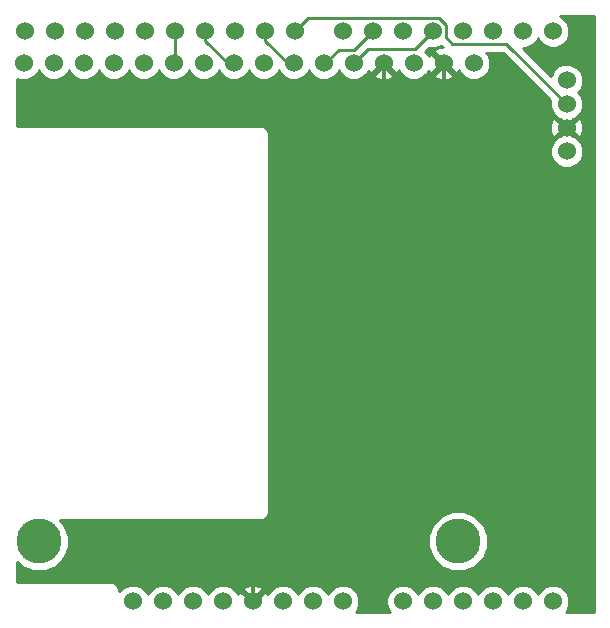
<source format=gtl>
G04 #@! TF.FileFunction,Copper,L1,Top,Signal*
%FSLAX46Y46*%
G04 Gerber Fmt 4.6, Leading zero omitted, Abs format (unit mm)*
G04 Created by KiCad (PCBNEW 4.0.2-stable) date Saturday, September 10, 2016 'AMt' 11:06:01 AM*
%MOMM*%
G01*
G04 APERTURE LIST*
%ADD10C,0.100000*%
%ADD11C,1.524000*%
%ADD12C,3.810000*%
%ADD13C,0.250000*%
%ADD14C,0.300000*%
%ADD15C,0.254000*%
G04 APERTURE END LIST*
D10*
D11*
X168656000Y-84376000D03*
X168656000Y-86376000D03*
X168656000Y-88376000D03*
X168656000Y-90376000D03*
X167501100Y-128463600D03*
X164961100Y-128463600D03*
X162421100Y-128463600D03*
X154801100Y-128463600D03*
X157341100Y-128463600D03*
X159881100Y-128463600D03*
X149721100Y-128463600D03*
X147181100Y-128463600D03*
X144641100Y-128463600D03*
X139561100Y-128463600D03*
X137021100Y-128463600D03*
X167501100Y-80203600D03*
X164961100Y-80203600D03*
X162421100Y-80203600D03*
X159881100Y-80203600D03*
X157341100Y-80203600D03*
X154801100Y-80203600D03*
X152261100Y-80203600D03*
X149721100Y-80203600D03*
X145657100Y-80203600D03*
X143117100Y-80203600D03*
X140577100Y-80203600D03*
X138037100Y-80203600D03*
X135497100Y-80203600D03*
X132957100Y-80203600D03*
X130417100Y-80203600D03*
X127877100Y-80203600D03*
X142101100Y-128463600D03*
X125337100Y-80203600D03*
X122797100Y-80203600D03*
X134481100Y-128463600D03*
X131941100Y-128463600D03*
D12*
X123982000Y-123406000D03*
D11*
X160782000Y-82931000D03*
X158242000Y-82931000D03*
X155702000Y-82931000D03*
X153162000Y-82931000D03*
X150622000Y-82931000D03*
X148082000Y-82931000D03*
X145542000Y-82931000D03*
X143002000Y-82931000D03*
X140462000Y-82931000D03*
X137922000Y-82931000D03*
X135382000Y-82931000D03*
X132842000Y-82931000D03*
X130302000Y-82931000D03*
X127762000Y-82931000D03*
X125222000Y-82931000D03*
X122682000Y-82931000D03*
D12*
X159482000Y-123406000D03*
D13*
X168656000Y-86376000D02*
X163570601Y-81290601D01*
X163570601Y-81290601D02*
X158993341Y-81290601D01*
X158993341Y-81290601D02*
X158428101Y-80725361D01*
X158428101Y-80725361D02*
X158428101Y-79681839D01*
X146744101Y-79116599D02*
X146419099Y-79441601D01*
X158428101Y-79681839D02*
X157862861Y-79116599D01*
X157862861Y-79116599D02*
X146744101Y-79116599D01*
X146419099Y-79441601D02*
X145657100Y-80203600D01*
D14*
X158242000Y-83439000D02*
X158242000Y-88646000D01*
X158242000Y-88646000D02*
X157988000Y-88900000D01*
X157988000Y-88900000D02*
X153416000Y-93472000D01*
X142101100Y-128463600D02*
X142101100Y-126122900D01*
X153162000Y-115062000D02*
X153162000Y-83439000D01*
X142101100Y-126122900D02*
X153162000Y-115062000D01*
D13*
X150622000Y-83439000D02*
X150749000Y-83439000D01*
X150622000Y-82931000D02*
X151809001Y-81743999D01*
X151809001Y-81743999D02*
X155800701Y-81743999D01*
X155800701Y-81743999D02*
X156579101Y-80965599D01*
X156579101Y-80965599D02*
X157341100Y-80203600D01*
X148082000Y-82931000D02*
X148209000Y-82931000D01*
X148209000Y-82931000D02*
X149352000Y-81788000D01*
X149352000Y-81788000D02*
X150676700Y-81788000D01*
X150676700Y-81788000D02*
X152261100Y-80203600D01*
X143117100Y-80203600D02*
X143117100Y-81014100D01*
X143117100Y-81014100D02*
X145542000Y-83439000D01*
X138037100Y-80203600D02*
X138037100Y-81014100D01*
X138037100Y-81014100D02*
X140462000Y-83439000D01*
X135497100Y-80203600D02*
X135497100Y-83323900D01*
X135497100Y-83323900D02*
X135382000Y-83439000D01*
D15*
G36*
X170994000Y-129338000D02*
X168602556Y-129338000D01*
X168684729Y-129255970D01*
X168897857Y-128742700D01*
X168898342Y-128186939D01*
X168686110Y-127673297D01*
X168293470Y-127279971D01*
X167780200Y-127066843D01*
X167224439Y-127066358D01*
X166710797Y-127278590D01*
X166317471Y-127671230D01*
X166231151Y-127879112D01*
X166146110Y-127673297D01*
X165753470Y-127279971D01*
X165240200Y-127066843D01*
X164684439Y-127066358D01*
X164170797Y-127278590D01*
X163777471Y-127671230D01*
X163691151Y-127879112D01*
X163606110Y-127673297D01*
X163213470Y-127279971D01*
X162700200Y-127066843D01*
X162144439Y-127066358D01*
X161630797Y-127278590D01*
X161237471Y-127671230D01*
X161151151Y-127879112D01*
X161066110Y-127673297D01*
X160673470Y-127279971D01*
X160160200Y-127066843D01*
X159604439Y-127066358D01*
X159090797Y-127278590D01*
X158697471Y-127671230D01*
X158611151Y-127879112D01*
X158526110Y-127673297D01*
X158133470Y-127279971D01*
X157620200Y-127066843D01*
X157064439Y-127066358D01*
X156550797Y-127278590D01*
X156157471Y-127671230D01*
X156071151Y-127879112D01*
X155986110Y-127673297D01*
X155593470Y-127279971D01*
X155080200Y-127066843D01*
X154524439Y-127066358D01*
X154010797Y-127278590D01*
X153617471Y-127671230D01*
X153404343Y-128184500D01*
X153403858Y-128740261D01*
X153616090Y-129253903D01*
X153700040Y-129338000D01*
X150822556Y-129338000D01*
X150904729Y-129255970D01*
X151117857Y-128742700D01*
X151118342Y-128186939D01*
X150906110Y-127673297D01*
X150513470Y-127279971D01*
X150000200Y-127066843D01*
X149444439Y-127066358D01*
X148930797Y-127278590D01*
X148537471Y-127671230D01*
X148451151Y-127879112D01*
X148366110Y-127673297D01*
X147973470Y-127279971D01*
X147460200Y-127066843D01*
X146904439Y-127066358D01*
X146390797Y-127278590D01*
X145997471Y-127671230D01*
X145911151Y-127879112D01*
X145826110Y-127673297D01*
X145433470Y-127279971D01*
X144920200Y-127066843D01*
X144364439Y-127066358D01*
X143850797Y-127278590D01*
X143457471Y-127671230D01*
X143377705Y-127863327D01*
X143323497Y-127732457D01*
X143081313Y-127662992D01*
X142280705Y-128463600D01*
X142294848Y-128477743D01*
X142115243Y-128657348D01*
X142101100Y-128643205D01*
X142086958Y-128657348D01*
X141907353Y-128477743D01*
X141921495Y-128463600D01*
X141120887Y-127662992D01*
X140878703Y-127732457D01*
X140828591Y-127872918D01*
X140746110Y-127673297D01*
X140556532Y-127483387D01*
X141300492Y-127483387D01*
X142101100Y-128283995D01*
X142901708Y-127483387D01*
X142832243Y-127241203D01*
X142308798Y-127054456D01*
X141753732Y-127082238D01*
X141369957Y-127241203D01*
X141300492Y-127483387D01*
X140556532Y-127483387D01*
X140353470Y-127279971D01*
X139840200Y-127066843D01*
X139284439Y-127066358D01*
X138770797Y-127278590D01*
X138377471Y-127671230D01*
X138291151Y-127879112D01*
X138206110Y-127673297D01*
X137813470Y-127279971D01*
X137300200Y-127066843D01*
X136744439Y-127066358D01*
X136230797Y-127278590D01*
X135837471Y-127671230D01*
X135751151Y-127879112D01*
X135666110Y-127673297D01*
X135273470Y-127279971D01*
X134760200Y-127066843D01*
X134204439Y-127066358D01*
X133690797Y-127278590D01*
X133297471Y-127671230D01*
X133211151Y-127879112D01*
X133126110Y-127673297D01*
X132733470Y-127279971D01*
X132220200Y-127066843D01*
X131664439Y-127066358D01*
X131150797Y-127278590D01*
X130796845Y-127631924D01*
X130744212Y-127368758D01*
X130717525Y-127304520D01*
X130703954Y-127236295D01*
X130664899Y-127177845D01*
X130637930Y-127112928D01*
X130588693Y-127063794D01*
X130550046Y-127005954D01*
X130491596Y-126966899D01*
X130441837Y-126917244D01*
X130377541Y-126890690D01*
X130319705Y-126852046D01*
X130250762Y-126838332D01*
X130185786Y-126811498D01*
X130116224Y-126811571D01*
X130048000Y-126798000D01*
X122122000Y-126798000D01*
X122122000Y-125137993D01*
X122541327Y-125558052D01*
X123474546Y-125945559D01*
X124485021Y-125946440D01*
X125418915Y-125560563D01*
X126134052Y-124846673D01*
X126521559Y-123913454D01*
X126521562Y-123909021D01*
X156941560Y-123909021D01*
X157327437Y-124842915D01*
X158041327Y-125558052D01*
X158974546Y-125945559D01*
X159985021Y-125946440D01*
X160918915Y-125560563D01*
X161634052Y-124846673D01*
X162021559Y-123913454D01*
X162022440Y-122902979D01*
X161636563Y-121969085D01*
X160922673Y-121253948D01*
X159989454Y-120866441D01*
X158978979Y-120865560D01*
X158045085Y-121251437D01*
X157329948Y-121965327D01*
X156942441Y-122898546D01*
X156941560Y-123909021D01*
X126521562Y-123909021D01*
X126522440Y-122902979D01*
X126136563Y-121969085D01*
X125782097Y-121614000D01*
X142748000Y-121614000D01*
X143019705Y-121559954D01*
X143250046Y-121406046D01*
X143403954Y-121175705D01*
X143458000Y-120904000D01*
X143458000Y-90652661D01*
X167258758Y-90652661D01*
X167470990Y-91166303D01*
X167863630Y-91559629D01*
X168376900Y-91772757D01*
X168932661Y-91773242D01*
X169446303Y-91561010D01*
X169839629Y-91168370D01*
X170052757Y-90655100D01*
X170053242Y-90099339D01*
X169841010Y-89585697D01*
X169448370Y-89192371D01*
X169182273Y-89081878D01*
X168656000Y-88555605D01*
X168129698Y-89081907D01*
X167865697Y-89190990D01*
X167472371Y-89583630D01*
X167259243Y-90096900D01*
X167258758Y-90652661D01*
X143458000Y-90652661D01*
X143458000Y-88900000D01*
X143403954Y-88628295D01*
X143250046Y-88397954D01*
X143019705Y-88244046D01*
X142748000Y-88190000D01*
X122122000Y-88190000D01*
X122122000Y-88168302D01*
X167246856Y-88168302D01*
X167274638Y-88723368D01*
X167433603Y-89107143D01*
X167675787Y-89176608D01*
X168476395Y-88376000D01*
X168835605Y-88376000D01*
X169636213Y-89176608D01*
X169878397Y-89107143D01*
X170065144Y-88583698D01*
X170037362Y-88028632D01*
X169878397Y-87644857D01*
X169636213Y-87575392D01*
X168835605Y-88376000D01*
X168476395Y-88376000D01*
X167675787Y-87575392D01*
X167433603Y-87644857D01*
X167246856Y-88168302D01*
X122122000Y-88168302D01*
X122122000Y-84211117D01*
X122402900Y-84327757D01*
X122958661Y-84328242D01*
X123472303Y-84116010D01*
X123865629Y-83723370D01*
X123951949Y-83515488D01*
X124036990Y-83721303D01*
X124429630Y-84114629D01*
X124942900Y-84327757D01*
X125498661Y-84328242D01*
X126012303Y-84116010D01*
X126405629Y-83723370D01*
X126491949Y-83515488D01*
X126576990Y-83721303D01*
X126969630Y-84114629D01*
X127482900Y-84327757D01*
X128038661Y-84328242D01*
X128552303Y-84116010D01*
X128945629Y-83723370D01*
X129031949Y-83515488D01*
X129116990Y-83721303D01*
X129509630Y-84114629D01*
X130022900Y-84327757D01*
X130578661Y-84328242D01*
X131092303Y-84116010D01*
X131485629Y-83723370D01*
X131571949Y-83515488D01*
X131656990Y-83721303D01*
X132049630Y-84114629D01*
X132562900Y-84327757D01*
X133118661Y-84328242D01*
X133632303Y-84116010D01*
X134025629Y-83723370D01*
X134111949Y-83515488D01*
X134196990Y-83721303D01*
X134589630Y-84114629D01*
X135102900Y-84327757D01*
X135658661Y-84328242D01*
X136172303Y-84116010D01*
X136565629Y-83723370D01*
X136651949Y-83515488D01*
X136736990Y-83721303D01*
X137129630Y-84114629D01*
X137642900Y-84327757D01*
X138198661Y-84328242D01*
X138712303Y-84116010D01*
X139105629Y-83723370D01*
X139191949Y-83515488D01*
X139276990Y-83721303D01*
X139669630Y-84114629D01*
X140182900Y-84327757D01*
X140738661Y-84328242D01*
X141252303Y-84116010D01*
X141645629Y-83723370D01*
X141731949Y-83515488D01*
X141816990Y-83721303D01*
X142209630Y-84114629D01*
X142722900Y-84327757D01*
X143278661Y-84328242D01*
X143792303Y-84116010D01*
X144185629Y-83723370D01*
X144271949Y-83515488D01*
X144356990Y-83721303D01*
X144749630Y-84114629D01*
X145262900Y-84327757D01*
X145818661Y-84328242D01*
X146332303Y-84116010D01*
X146725629Y-83723370D01*
X146811949Y-83515488D01*
X146896990Y-83721303D01*
X147289630Y-84114629D01*
X147802900Y-84327757D01*
X148358661Y-84328242D01*
X148872303Y-84116010D01*
X149265629Y-83723370D01*
X149351949Y-83515488D01*
X149436990Y-83721303D01*
X149829630Y-84114629D01*
X150342900Y-84327757D01*
X150898661Y-84328242D01*
X151412303Y-84116010D01*
X151617457Y-83911213D01*
X152361392Y-83911213D01*
X152430857Y-84153397D01*
X152954302Y-84340144D01*
X153509368Y-84312362D01*
X153893143Y-84153397D01*
X153962608Y-83911213D01*
X153162000Y-83110605D01*
X152361392Y-83911213D01*
X151617457Y-83911213D01*
X151805629Y-83723370D01*
X151885395Y-83531273D01*
X151939603Y-83662143D01*
X152181787Y-83731608D01*
X152982395Y-82931000D01*
X152968253Y-82916858D01*
X153147858Y-82737253D01*
X153162000Y-82751395D01*
X153176143Y-82737253D01*
X153355748Y-82916858D01*
X153341605Y-82931000D01*
X154142213Y-83731608D01*
X154384397Y-83662143D01*
X154434509Y-83521682D01*
X154516990Y-83721303D01*
X154909630Y-84114629D01*
X155422900Y-84327757D01*
X155978661Y-84328242D01*
X156492303Y-84116010D01*
X156697457Y-83911213D01*
X157441392Y-83911213D01*
X157510857Y-84153397D01*
X158034302Y-84340144D01*
X158589368Y-84312362D01*
X158973143Y-84153397D01*
X159042608Y-83911213D01*
X158242000Y-83110605D01*
X157441392Y-83911213D01*
X156697457Y-83911213D01*
X156885629Y-83723370D01*
X156965395Y-83531273D01*
X157019603Y-83662143D01*
X157261787Y-83731608D01*
X158062395Y-82931000D01*
X157261787Y-82130392D01*
X157019603Y-82199857D01*
X156969491Y-82340318D01*
X156887010Y-82140697D01*
X156683086Y-81936416D01*
X157031719Y-81587783D01*
X157062000Y-81600357D01*
X157617761Y-81600842D01*
X158050129Y-81422191D01*
X158164089Y-81536151D01*
X157894632Y-81549638D01*
X157510857Y-81708603D01*
X157441392Y-81950787D01*
X158242000Y-82751395D01*
X158256143Y-82737253D01*
X158435748Y-82916858D01*
X158421605Y-82931000D01*
X159222213Y-83731608D01*
X159464397Y-83662143D01*
X159514509Y-83521682D01*
X159596990Y-83721303D01*
X159989630Y-84114629D01*
X160502900Y-84327757D01*
X161058661Y-84328242D01*
X161572303Y-84116010D01*
X161965629Y-83723370D01*
X162178757Y-83210100D01*
X162179242Y-82654339D01*
X161967010Y-82140697D01*
X161877071Y-82050601D01*
X163255799Y-82050601D01*
X167271817Y-86066619D01*
X167259243Y-86096900D01*
X167258758Y-86652661D01*
X167470990Y-87166303D01*
X167863630Y-87559629D01*
X168129727Y-87670122D01*
X168656000Y-88196395D01*
X169182302Y-87670093D01*
X169446303Y-87561010D01*
X169839629Y-87168370D01*
X170052757Y-86655100D01*
X170053242Y-86099339D01*
X169841010Y-85585697D01*
X169631658Y-85375979D01*
X169839629Y-85168370D01*
X170052757Y-84655100D01*
X170053242Y-84099339D01*
X169841010Y-83585697D01*
X169448370Y-83192371D01*
X168935100Y-82979243D01*
X168379339Y-82978758D01*
X167865697Y-83190990D01*
X167472371Y-83583630D01*
X167315711Y-83960909D01*
X164955398Y-81600596D01*
X165237761Y-81600842D01*
X165751403Y-81388610D01*
X166144729Y-80995970D01*
X166231049Y-80788088D01*
X166316090Y-80993903D01*
X166708730Y-81387229D01*
X167222000Y-81600357D01*
X167777761Y-81600842D01*
X168291403Y-81388610D01*
X168684729Y-80995970D01*
X168897857Y-80482700D01*
X168898342Y-79926939D01*
X168686110Y-79413297D01*
X168293470Y-79019971D01*
X168105695Y-78942000D01*
X170994000Y-78942000D01*
X170994000Y-129338000D01*
X170994000Y-129338000D01*
G37*
X170994000Y-129338000D02*
X168602556Y-129338000D01*
X168684729Y-129255970D01*
X168897857Y-128742700D01*
X168898342Y-128186939D01*
X168686110Y-127673297D01*
X168293470Y-127279971D01*
X167780200Y-127066843D01*
X167224439Y-127066358D01*
X166710797Y-127278590D01*
X166317471Y-127671230D01*
X166231151Y-127879112D01*
X166146110Y-127673297D01*
X165753470Y-127279971D01*
X165240200Y-127066843D01*
X164684439Y-127066358D01*
X164170797Y-127278590D01*
X163777471Y-127671230D01*
X163691151Y-127879112D01*
X163606110Y-127673297D01*
X163213470Y-127279971D01*
X162700200Y-127066843D01*
X162144439Y-127066358D01*
X161630797Y-127278590D01*
X161237471Y-127671230D01*
X161151151Y-127879112D01*
X161066110Y-127673297D01*
X160673470Y-127279971D01*
X160160200Y-127066843D01*
X159604439Y-127066358D01*
X159090797Y-127278590D01*
X158697471Y-127671230D01*
X158611151Y-127879112D01*
X158526110Y-127673297D01*
X158133470Y-127279971D01*
X157620200Y-127066843D01*
X157064439Y-127066358D01*
X156550797Y-127278590D01*
X156157471Y-127671230D01*
X156071151Y-127879112D01*
X155986110Y-127673297D01*
X155593470Y-127279971D01*
X155080200Y-127066843D01*
X154524439Y-127066358D01*
X154010797Y-127278590D01*
X153617471Y-127671230D01*
X153404343Y-128184500D01*
X153403858Y-128740261D01*
X153616090Y-129253903D01*
X153700040Y-129338000D01*
X150822556Y-129338000D01*
X150904729Y-129255970D01*
X151117857Y-128742700D01*
X151118342Y-128186939D01*
X150906110Y-127673297D01*
X150513470Y-127279971D01*
X150000200Y-127066843D01*
X149444439Y-127066358D01*
X148930797Y-127278590D01*
X148537471Y-127671230D01*
X148451151Y-127879112D01*
X148366110Y-127673297D01*
X147973470Y-127279971D01*
X147460200Y-127066843D01*
X146904439Y-127066358D01*
X146390797Y-127278590D01*
X145997471Y-127671230D01*
X145911151Y-127879112D01*
X145826110Y-127673297D01*
X145433470Y-127279971D01*
X144920200Y-127066843D01*
X144364439Y-127066358D01*
X143850797Y-127278590D01*
X143457471Y-127671230D01*
X143377705Y-127863327D01*
X143323497Y-127732457D01*
X143081313Y-127662992D01*
X142280705Y-128463600D01*
X142294848Y-128477743D01*
X142115243Y-128657348D01*
X142101100Y-128643205D01*
X142086958Y-128657348D01*
X141907353Y-128477743D01*
X141921495Y-128463600D01*
X141120887Y-127662992D01*
X140878703Y-127732457D01*
X140828591Y-127872918D01*
X140746110Y-127673297D01*
X140556532Y-127483387D01*
X141300492Y-127483387D01*
X142101100Y-128283995D01*
X142901708Y-127483387D01*
X142832243Y-127241203D01*
X142308798Y-127054456D01*
X141753732Y-127082238D01*
X141369957Y-127241203D01*
X141300492Y-127483387D01*
X140556532Y-127483387D01*
X140353470Y-127279971D01*
X139840200Y-127066843D01*
X139284439Y-127066358D01*
X138770797Y-127278590D01*
X138377471Y-127671230D01*
X138291151Y-127879112D01*
X138206110Y-127673297D01*
X137813470Y-127279971D01*
X137300200Y-127066843D01*
X136744439Y-127066358D01*
X136230797Y-127278590D01*
X135837471Y-127671230D01*
X135751151Y-127879112D01*
X135666110Y-127673297D01*
X135273470Y-127279971D01*
X134760200Y-127066843D01*
X134204439Y-127066358D01*
X133690797Y-127278590D01*
X133297471Y-127671230D01*
X133211151Y-127879112D01*
X133126110Y-127673297D01*
X132733470Y-127279971D01*
X132220200Y-127066843D01*
X131664439Y-127066358D01*
X131150797Y-127278590D01*
X130796845Y-127631924D01*
X130744212Y-127368758D01*
X130717525Y-127304520D01*
X130703954Y-127236295D01*
X130664899Y-127177845D01*
X130637930Y-127112928D01*
X130588693Y-127063794D01*
X130550046Y-127005954D01*
X130491596Y-126966899D01*
X130441837Y-126917244D01*
X130377541Y-126890690D01*
X130319705Y-126852046D01*
X130250762Y-126838332D01*
X130185786Y-126811498D01*
X130116224Y-126811571D01*
X130048000Y-126798000D01*
X122122000Y-126798000D01*
X122122000Y-125137993D01*
X122541327Y-125558052D01*
X123474546Y-125945559D01*
X124485021Y-125946440D01*
X125418915Y-125560563D01*
X126134052Y-124846673D01*
X126521559Y-123913454D01*
X126521562Y-123909021D01*
X156941560Y-123909021D01*
X157327437Y-124842915D01*
X158041327Y-125558052D01*
X158974546Y-125945559D01*
X159985021Y-125946440D01*
X160918915Y-125560563D01*
X161634052Y-124846673D01*
X162021559Y-123913454D01*
X162022440Y-122902979D01*
X161636563Y-121969085D01*
X160922673Y-121253948D01*
X159989454Y-120866441D01*
X158978979Y-120865560D01*
X158045085Y-121251437D01*
X157329948Y-121965327D01*
X156942441Y-122898546D01*
X156941560Y-123909021D01*
X126521562Y-123909021D01*
X126522440Y-122902979D01*
X126136563Y-121969085D01*
X125782097Y-121614000D01*
X142748000Y-121614000D01*
X143019705Y-121559954D01*
X143250046Y-121406046D01*
X143403954Y-121175705D01*
X143458000Y-120904000D01*
X143458000Y-90652661D01*
X167258758Y-90652661D01*
X167470990Y-91166303D01*
X167863630Y-91559629D01*
X168376900Y-91772757D01*
X168932661Y-91773242D01*
X169446303Y-91561010D01*
X169839629Y-91168370D01*
X170052757Y-90655100D01*
X170053242Y-90099339D01*
X169841010Y-89585697D01*
X169448370Y-89192371D01*
X169182273Y-89081878D01*
X168656000Y-88555605D01*
X168129698Y-89081907D01*
X167865697Y-89190990D01*
X167472371Y-89583630D01*
X167259243Y-90096900D01*
X167258758Y-90652661D01*
X143458000Y-90652661D01*
X143458000Y-88900000D01*
X143403954Y-88628295D01*
X143250046Y-88397954D01*
X143019705Y-88244046D01*
X142748000Y-88190000D01*
X122122000Y-88190000D01*
X122122000Y-88168302D01*
X167246856Y-88168302D01*
X167274638Y-88723368D01*
X167433603Y-89107143D01*
X167675787Y-89176608D01*
X168476395Y-88376000D01*
X168835605Y-88376000D01*
X169636213Y-89176608D01*
X169878397Y-89107143D01*
X170065144Y-88583698D01*
X170037362Y-88028632D01*
X169878397Y-87644857D01*
X169636213Y-87575392D01*
X168835605Y-88376000D01*
X168476395Y-88376000D01*
X167675787Y-87575392D01*
X167433603Y-87644857D01*
X167246856Y-88168302D01*
X122122000Y-88168302D01*
X122122000Y-84211117D01*
X122402900Y-84327757D01*
X122958661Y-84328242D01*
X123472303Y-84116010D01*
X123865629Y-83723370D01*
X123951949Y-83515488D01*
X124036990Y-83721303D01*
X124429630Y-84114629D01*
X124942900Y-84327757D01*
X125498661Y-84328242D01*
X126012303Y-84116010D01*
X126405629Y-83723370D01*
X126491949Y-83515488D01*
X126576990Y-83721303D01*
X126969630Y-84114629D01*
X127482900Y-84327757D01*
X128038661Y-84328242D01*
X128552303Y-84116010D01*
X128945629Y-83723370D01*
X129031949Y-83515488D01*
X129116990Y-83721303D01*
X129509630Y-84114629D01*
X130022900Y-84327757D01*
X130578661Y-84328242D01*
X131092303Y-84116010D01*
X131485629Y-83723370D01*
X131571949Y-83515488D01*
X131656990Y-83721303D01*
X132049630Y-84114629D01*
X132562900Y-84327757D01*
X133118661Y-84328242D01*
X133632303Y-84116010D01*
X134025629Y-83723370D01*
X134111949Y-83515488D01*
X134196990Y-83721303D01*
X134589630Y-84114629D01*
X135102900Y-84327757D01*
X135658661Y-84328242D01*
X136172303Y-84116010D01*
X136565629Y-83723370D01*
X136651949Y-83515488D01*
X136736990Y-83721303D01*
X137129630Y-84114629D01*
X137642900Y-84327757D01*
X138198661Y-84328242D01*
X138712303Y-84116010D01*
X139105629Y-83723370D01*
X139191949Y-83515488D01*
X139276990Y-83721303D01*
X139669630Y-84114629D01*
X140182900Y-84327757D01*
X140738661Y-84328242D01*
X141252303Y-84116010D01*
X141645629Y-83723370D01*
X141731949Y-83515488D01*
X141816990Y-83721303D01*
X142209630Y-84114629D01*
X142722900Y-84327757D01*
X143278661Y-84328242D01*
X143792303Y-84116010D01*
X144185629Y-83723370D01*
X144271949Y-83515488D01*
X144356990Y-83721303D01*
X144749630Y-84114629D01*
X145262900Y-84327757D01*
X145818661Y-84328242D01*
X146332303Y-84116010D01*
X146725629Y-83723370D01*
X146811949Y-83515488D01*
X146896990Y-83721303D01*
X147289630Y-84114629D01*
X147802900Y-84327757D01*
X148358661Y-84328242D01*
X148872303Y-84116010D01*
X149265629Y-83723370D01*
X149351949Y-83515488D01*
X149436990Y-83721303D01*
X149829630Y-84114629D01*
X150342900Y-84327757D01*
X150898661Y-84328242D01*
X151412303Y-84116010D01*
X151617457Y-83911213D01*
X152361392Y-83911213D01*
X152430857Y-84153397D01*
X152954302Y-84340144D01*
X153509368Y-84312362D01*
X153893143Y-84153397D01*
X153962608Y-83911213D01*
X153162000Y-83110605D01*
X152361392Y-83911213D01*
X151617457Y-83911213D01*
X151805629Y-83723370D01*
X151885395Y-83531273D01*
X151939603Y-83662143D01*
X152181787Y-83731608D01*
X152982395Y-82931000D01*
X152968253Y-82916858D01*
X153147858Y-82737253D01*
X153162000Y-82751395D01*
X153176143Y-82737253D01*
X153355748Y-82916858D01*
X153341605Y-82931000D01*
X154142213Y-83731608D01*
X154384397Y-83662143D01*
X154434509Y-83521682D01*
X154516990Y-83721303D01*
X154909630Y-84114629D01*
X155422900Y-84327757D01*
X155978661Y-84328242D01*
X156492303Y-84116010D01*
X156697457Y-83911213D01*
X157441392Y-83911213D01*
X157510857Y-84153397D01*
X158034302Y-84340144D01*
X158589368Y-84312362D01*
X158973143Y-84153397D01*
X159042608Y-83911213D01*
X158242000Y-83110605D01*
X157441392Y-83911213D01*
X156697457Y-83911213D01*
X156885629Y-83723370D01*
X156965395Y-83531273D01*
X157019603Y-83662143D01*
X157261787Y-83731608D01*
X158062395Y-82931000D01*
X157261787Y-82130392D01*
X157019603Y-82199857D01*
X156969491Y-82340318D01*
X156887010Y-82140697D01*
X156683086Y-81936416D01*
X157031719Y-81587783D01*
X157062000Y-81600357D01*
X157617761Y-81600842D01*
X158050129Y-81422191D01*
X158164089Y-81536151D01*
X157894632Y-81549638D01*
X157510857Y-81708603D01*
X157441392Y-81950787D01*
X158242000Y-82751395D01*
X158256143Y-82737253D01*
X158435748Y-82916858D01*
X158421605Y-82931000D01*
X159222213Y-83731608D01*
X159464397Y-83662143D01*
X159514509Y-83521682D01*
X159596990Y-83721303D01*
X159989630Y-84114629D01*
X160502900Y-84327757D01*
X161058661Y-84328242D01*
X161572303Y-84116010D01*
X161965629Y-83723370D01*
X162178757Y-83210100D01*
X162179242Y-82654339D01*
X161967010Y-82140697D01*
X161877071Y-82050601D01*
X163255799Y-82050601D01*
X167271817Y-86066619D01*
X167259243Y-86096900D01*
X167258758Y-86652661D01*
X167470990Y-87166303D01*
X167863630Y-87559629D01*
X168129727Y-87670122D01*
X168656000Y-88196395D01*
X169182302Y-87670093D01*
X169446303Y-87561010D01*
X169839629Y-87168370D01*
X170052757Y-86655100D01*
X170053242Y-86099339D01*
X169841010Y-85585697D01*
X169631658Y-85375979D01*
X169839629Y-85168370D01*
X170052757Y-84655100D01*
X170053242Y-84099339D01*
X169841010Y-83585697D01*
X169448370Y-83192371D01*
X168935100Y-82979243D01*
X168379339Y-82978758D01*
X167865697Y-83190990D01*
X167472371Y-83583630D01*
X167315711Y-83960909D01*
X164955398Y-81600596D01*
X165237761Y-81600842D01*
X165751403Y-81388610D01*
X166144729Y-80995970D01*
X166231049Y-80788088D01*
X166316090Y-80993903D01*
X166708730Y-81387229D01*
X167222000Y-81600357D01*
X167777761Y-81600842D01*
X168291403Y-81388610D01*
X168684729Y-80995970D01*
X168897857Y-80482700D01*
X168898342Y-79926939D01*
X168686110Y-79413297D01*
X168293470Y-79019971D01*
X168105695Y-78942000D01*
X170994000Y-78942000D01*
X170994000Y-129338000D01*
M02*

</source>
